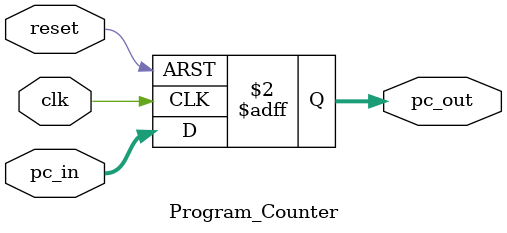
<source format=v>
module Program_Counter(
    input clk, reset,
    input  [31:0] pc_in,
    output reg [31:0] pc_out
);
    always @(posedge clk or posedge reset) begin
        if (reset)
            pc_out <= 32'h00000000;
        else
            pc_out <= pc_in;
    end
endmodule
</source>
